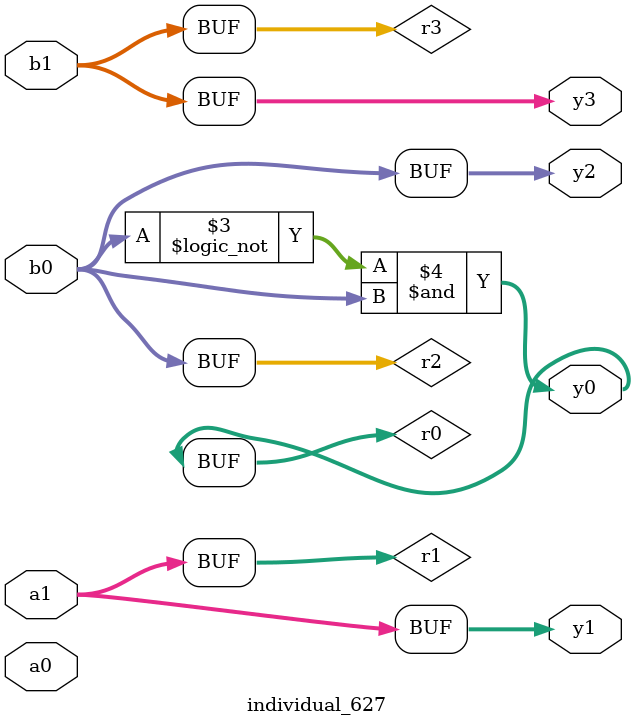
<source format=sv>
module individual_627(input logic [15:0] a1, input logic [15:0] a0, input logic [15:0] b1, input logic [15:0] b0, output logic [15:0] y3, output logic [15:0] y2, output logic [15:0] y1, output logic [15:0] y0);
logic [15:0] r0, r1, r2, r3; 
 always@(*) begin 
	 r0 = a0; r1 = a1; r2 = b0; r3 = b1; 
 	 r0  |=  b1 ;
 	 r0 = ! b0 ;
 	 r0  &=  b0 ;
 	 y3 = r3; y2 = r2; y1 = r1; y0 = r0; 
end
endmodule
</source>
